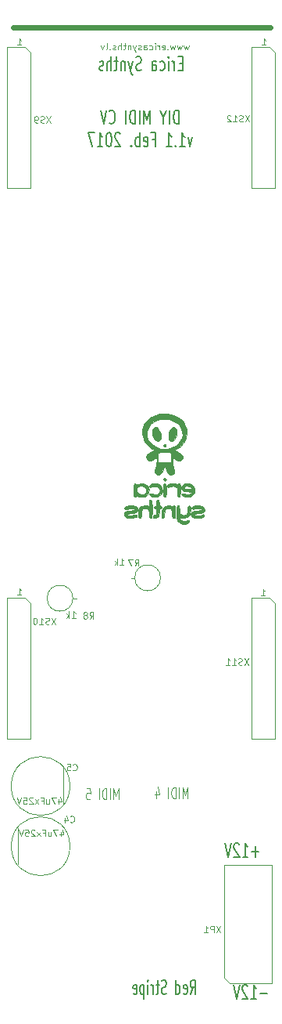
<source format=gbo>
G04 #@! TF.FileFunction,Legend,Bot*
%FSLAX46Y46*%
G04 Gerber Fmt 4.6, Leading zero omitted, Abs format (unit mm)*
G04 Created by KiCad (PCBNEW (2016-08-20 BZR 7083)-product) date Sun Feb  5 21:12:02 2017*
%MOMM*%
%LPD*%
G01*
G04 APERTURE LIST*
%ADD10C,0.100000*%
%ADD11C,0.600000*%
%ADD12C,0.200000*%
%ADD13C,0.120000*%
G04 APERTURE END LIST*
D10*
D11*
X28500000Y105500000D02*
X600000Y105500000D01*
D10*
X19650000Y103550000D02*
X19516666Y103083334D01*
X19383333Y103416667D01*
X19250000Y103083334D01*
X19116666Y103550000D01*
X18916666Y103550000D02*
X18783333Y103083334D01*
X18650000Y103416667D01*
X18516666Y103083334D01*
X18383333Y103550000D01*
X18183333Y103550000D02*
X18050000Y103083334D01*
X17916666Y103416667D01*
X17783333Y103083334D01*
X17650000Y103550000D01*
X17383333Y103150000D02*
X17350000Y103116667D01*
X17383333Y103083334D01*
X17416666Y103116667D01*
X17383333Y103150000D01*
X17383333Y103083334D01*
X16783333Y103116667D02*
X16850000Y103083334D01*
X16983333Y103083334D01*
X17050000Y103116667D01*
X17083333Y103183334D01*
X17083333Y103450000D01*
X17050000Y103516667D01*
X16983333Y103550000D01*
X16850000Y103550000D01*
X16783333Y103516667D01*
X16750000Y103450000D01*
X16750000Y103383334D01*
X17083333Y103316667D01*
X16450000Y103083334D02*
X16450000Y103550000D01*
X16450000Y103416667D02*
X16416666Y103483334D01*
X16383333Y103516667D01*
X16316666Y103550000D01*
X16250000Y103550000D01*
X16016666Y103083334D02*
X16016666Y103550000D01*
X16016666Y103783334D02*
X16050000Y103750000D01*
X16016666Y103716667D01*
X15983333Y103750000D01*
X16016666Y103783334D01*
X16016666Y103716667D01*
X15383333Y103116667D02*
X15450000Y103083334D01*
X15583333Y103083334D01*
X15650000Y103116667D01*
X15683333Y103150000D01*
X15716666Y103216667D01*
X15716666Y103416667D01*
X15683333Y103483334D01*
X15650000Y103516667D01*
X15583333Y103550000D01*
X15450000Y103550000D01*
X15383333Y103516667D01*
X14783333Y103083334D02*
X14783333Y103450000D01*
X14816666Y103516667D01*
X14883333Y103550000D01*
X15016666Y103550000D01*
X15083333Y103516667D01*
X14783333Y103116667D02*
X14850000Y103083334D01*
X15016666Y103083334D01*
X15083333Y103116667D01*
X15116666Y103183334D01*
X15116666Y103250000D01*
X15083333Y103316667D01*
X15016666Y103350000D01*
X14850000Y103350000D01*
X14783333Y103383334D01*
X14483333Y103116667D02*
X14416666Y103083334D01*
X14283333Y103083334D01*
X14216666Y103116667D01*
X14183333Y103183334D01*
X14183333Y103216667D01*
X14216666Y103283334D01*
X14283333Y103316667D01*
X14383333Y103316667D01*
X14450000Y103350000D01*
X14483333Y103416667D01*
X14483333Y103450000D01*
X14450000Y103516667D01*
X14383333Y103550000D01*
X14283333Y103550000D01*
X14216666Y103516667D01*
X13950000Y103550000D02*
X13783333Y103083334D01*
X13616666Y103550000D02*
X13783333Y103083334D01*
X13850000Y102916667D01*
X13883333Y102883334D01*
X13950000Y102850000D01*
X13350000Y103550000D02*
X13350000Y103083334D01*
X13350000Y103483334D02*
X13316666Y103516667D01*
X13250000Y103550000D01*
X13150000Y103550000D01*
X13083333Y103516667D01*
X13050000Y103450000D01*
X13050000Y103083334D01*
X12816666Y103550000D02*
X12550000Y103550000D01*
X12716666Y103783334D02*
X12716666Y103183334D01*
X12683333Y103116667D01*
X12616666Y103083334D01*
X12550000Y103083334D01*
X12316666Y103083334D02*
X12316666Y103783334D01*
X12016666Y103083334D02*
X12016666Y103450000D01*
X12050000Y103516667D01*
X12116666Y103550000D01*
X12216666Y103550000D01*
X12283333Y103516667D01*
X12316666Y103483334D01*
X11716666Y103116667D02*
X11650000Y103083334D01*
X11516666Y103083334D01*
X11450000Y103116667D01*
X11416666Y103183334D01*
X11416666Y103216667D01*
X11450000Y103283334D01*
X11516666Y103316667D01*
X11616666Y103316667D01*
X11683333Y103350000D01*
X11716666Y103416667D01*
X11716666Y103450000D01*
X11683333Y103516667D01*
X11616666Y103550000D01*
X11516666Y103550000D01*
X11450000Y103516667D01*
X11116666Y103150000D02*
X11083333Y103116667D01*
X11116666Y103083334D01*
X11150000Y103116667D01*
X11116666Y103150000D01*
X11116666Y103083334D01*
X10683333Y103083334D02*
X10750000Y103116667D01*
X10783333Y103183334D01*
X10783333Y103783334D01*
X10483333Y103550000D02*
X10316666Y103083334D01*
X10150000Y103550000D01*
X1100000Y103583334D02*
X1500000Y103583334D01*
X1300000Y103583334D02*
X1300000Y104283334D01*
X1366666Y104183334D01*
X1433333Y104116667D01*
X1500000Y104083334D01*
X27600000Y103583334D02*
X28000000Y103583334D01*
X27800000Y103583334D02*
X27800000Y104283334D01*
X27866666Y104183334D01*
X27933333Y104116667D01*
X28000000Y104083334D01*
X27500000Y44083334D02*
X27900000Y44083334D01*
X27700000Y44083334D02*
X27700000Y44783334D01*
X27766666Y44683334D01*
X27833333Y44616667D01*
X27900000Y44583334D01*
X1100000Y44183334D02*
X1500000Y44183334D01*
X1300000Y44183334D02*
X1300000Y44883334D01*
X1366666Y44783334D01*
X1433333Y44716667D01*
X1500000Y44683334D01*
D12*
X19828571Y1021429D02*
X20128571Y1735715D01*
X20342857Y1021429D02*
X20342857Y2521429D01*
X20000000Y2521429D01*
X19914285Y2450000D01*
X19871428Y2378572D01*
X19828571Y2235715D01*
X19828571Y2021429D01*
X19871428Y1878572D01*
X19914285Y1807143D01*
X20000000Y1735715D01*
X20342857Y1735715D01*
X19100000Y1092858D02*
X19185714Y1021429D01*
X19357142Y1021429D01*
X19442857Y1092858D01*
X19485714Y1235715D01*
X19485714Y1807143D01*
X19442857Y1950000D01*
X19357142Y2021429D01*
X19185714Y2021429D01*
X19100000Y1950000D01*
X19057142Y1807143D01*
X19057142Y1664286D01*
X19485714Y1521429D01*
X18285714Y1021429D02*
X18285714Y2521429D01*
X18285714Y1092858D02*
X18371428Y1021429D01*
X18542857Y1021429D01*
X18628571Y1092858D01*
X18671428Y1164286D01*
X18714285Y1307143D01*
X18714285Y1735715D01*
X18671428Y1878572D01*
X18628571Y1950000D01*
X18542857Y2021429D01*
X18371428Y2021429D01*
X18285714Y1950000D01*
X17214285Y1092858D02*
X17085714Y1021429D01*
X16871428Y1021429D01*
X16785714Y1092858D01*
X16742857Y1164286D01*
X16700000Y1307143D01*
X16700000Y1450000D01*
X16742857Y1592858D01*
X16785714Y1664286D01*
X16871428Y1735715D01*
X17042857Y1807143D01*
X17128571Y1878572D01*
X17171428Y1950000D01*
X17214285Y2092858D01*
X17214285Y2235715D01*
X17171428Y2378572D01*
X17128571Y2450000D01*
X17042857Y2521429D01*
X16828571Y2521429D01*
X16700000Y2450000D01*
X16442857Y2021429D02*
X16100000Y2021429D01*
X16314285Y2521429D02*
X16314285Y1235715D01*
X16271428Y1092858D01*
X16185714Y1021429D01*
X16100000Y1021429D01*
X15800000Y1021429D02*
X15800000Y2021429D01*
X15800000Y1735715D02*
X15757142Y1878572D01*
X15714285Y1950000D01*
X15628571Y2021429D01*
X15542857Y2021429D01*
X15242857Y1021429D02*
X15242857Y2021429D01*
X15242857Y2521429D02*
X15285714Y2450000D01*
X15242857Y2378572D01*
X15200000Y2450000D01*
X15242857Y2521429D01*
X15242857Y2378572D01*
X14814285Y2021429D02*
X14814285Y521429D01*
X14814285Y1950000D02*
X14728571Y2021429D01*
X14557142Y2021429D01*
X14471428Y1950000D01*
X14428571Y1878572D01*
X14385714Y1735715D01*
X14385714Y1307143D01*
X14428571Y1164286D01*
X14471428Y1092858D01*
X14557142Y1021429D01*
X14728571Y1021429D01*
X14814285Y1092858D01*
X13657142Y1092858D02*
X13742857Y1021429D01*
X13914285Y1021429D01*
X14000000Y1092858D01*
X14042857Y1235715D01*
X14042857Y1807143D01*
X14000000Y1950000D01*
X13914285Y2021429D01*
X13742857Y2021429D01*
X13657142Y1950000D01*
X13614285Y1807143D01*
X13614285Y1664286D01*
X14042857Y1521429D01*
X27261904Y16392858D02*
X26500000Y16392858D01*
X26880952Y15821429D02*
X26880952Y16964286D01*
X25500000Y15821429D02*
X26071428Y15821429D01*
X25785714Y15821429D02*
X25785714Y17321429D01*
X25880952Y17107143D01*
X25976190Y16964286D01*
X26071428Y16892858D01*
X25119047Y17178572D02*
X25071428Y17250000D01*
X24976190Y17321429D01*
X24738095Y17321429D01*
X24642857Y17250000D01*
X24595238Y17178572D01*
X24547619Y17035715D01*
X24547619Y16892858D01*
X24595238Y16678572D01*
X25166666Y15821429D01*
X24547619Y15821429D01*
X24261904Y17321429D02*
X23928571Y15821429D01*
X23595238Y17321429D01*
X18566666Y95046429D02*
X18566666Y96546429D01*
X18328571Y96546429D01*
X18185714Y96475000D01*
X18090476Y96332143D01*
X18042857Y96189286D01*
X17995238Y95903572D01*
X17995238Y95689286D01*
X18042857Y95403572D01*
X18090476Y95260715D01*
X18185714Y95117858D01*
X18328571Y95046429D01*
X18566666Y95046429D01*
X17566666Y95046429D02*
X17566666Y96546429D01*
X16900000Y95760715D02*
X16900000Y95046429D01*
X17233333Y96546429D02*
X16900000Y95760715D01*
X16566666Y96546429D01*
X15471428Y95046429D02*
X15471428Y96546429D01*
X15138095Y95475000D01*
X14804761Y96546429D01*
X14804761Y95046429D01*
X14328571Y95046429D02*
X14328571Y96546429D01*
X13852380Y95046429D02*
X13852380Y96546429D01*
X13614285Y96546429D01*
X13471428Y96475000D01*
X13376190Y96332143D01*
X13328571Y96189286D01*
X13280952Y95903572D01*
X13280952Y95689286D01*
X13328571Y95403572D01*
X13376190Y95260715D01*
X13471428Y95117858D01*
X13614285Y95046429D01*
X13852380Y95046429D01*
X12852380Y95046429D02*
X12852380Y96546429D01*
X11042857Y95189286D02*
X11090476Y95117858D01*
X11233333Y95046429D01*
X11328571Y95046429D01*
X11471428Y95117858D01*
X11566666Y95260715D01*
X11614285Y95403572D01*
X11661904Y95689286D01*
X11661904Y95903572D01*
X11614285Y96189286D01*
X11566666Y96332143D01*
X11471428Y96475000D01*
X11328571Y96546429D01*
X11233333Y96546429D01*
X11090476Y96475000D01*
X11042857Y96403572D01*
X10757142Y96546429D02*
X10423809Y95046429D01*
X10090476Y96546429D01*
X20042857Y93596429D02*
X19804761Y92596429D01*
X19566666Y93596429D01*
X18661904Y92596429D02*
X19233333Y92596429D01*
X18947619Y92596429D02*
X18947619Y94096429D01*
X19042857Y93882143D01*
X19138095Y93739286D01*
X19233333Y93667858D01*
X18233333Y92739286D02*
X18185714Y92667858D01*
X18233333Y92596429D01*
X18280952Y92667858D01*
X18233333Y92739286D01*
X18233333Y92596429D01*
X17233333Y92596429D02*
X17804761Y92596429D01*
X17519047Y92596429D02*
X17519047Y94096429D01*
X17614285Y93882143D01*
X17709523Y93739286D01*
X17804761Y93667858D01*
X15709523Y93382143D02*
X16042857Y93382143D01*
X16042857Y92596429D02*
X16042857Y94096429D01*
X15566666Y94096429D01*
X14804761Y92667858D02*
X14900000Y92596429D01*
X15090476Y92596429D01*
X15185714Y92667858D01*
X15233333Y92810715D01*
X15233333Y93382143D01*
X15185714Y93525000D01*
X15090476Y93596429D01*
X14900000Y93596429D01*
X14804761Y93525000D01*
X14757142Y93382143D01*
X14757142Y93239286D01*
X15233333Y93096429D01*
X14328571Y92596429D02*
X14328571Y94096429D01*
X14328571Y93525000D02*
X14233333Y93596429D01*
X14042857Y93596429D01*
X13947619Y93525000D01*
X13900000Y93453572D01*
X13852380Y93310715D01*
X13852380Y92882143D01*
X13900000Y92739286D01*
X13947619Y92667858D01*
X14042857Y92596429D01*
X14233333Y92596429D01*
X14328571Y92667858D01*
X13423809Y92739286D02*
X13376190Y92667858D01*
X13423809Y92596429D01*
X13471428Y92667858D01*
X13423809Y92739286D01*
X13423809Y92596429D01*
X12233333Y93953572D02*
X12185714Y94025000D01*
X12090476Y94096429D01*
X11852380Y94096429D01*
X11757142Y94025000D01*
X11709523Y93953572D01*
X11661904Y93810715D01*
X11661904Y93667858D01*
X11709523Y93453572D01*
X12280952Y92596429D01*
X11661904Y92596429D01*
X11042857Y94096429D02*
X10947619Y94096429D01*
X10852380Y94025000D01*
X10804761Y93953572D01*
X10757142Y93810715D01*
X10709523Y93525000D01*
X10709523Y93167858D01*
X10757142Y92882143D01*
X10804761Y92739286D01*
X10852380Y92667858D01*
X10947619Y92596429D01*
X11042857Y92596429D01*
X11138095Y92667858D01*
X11185714Y92739286D01*
X11233333Y92882143D01*
X11280952Y93167858D01*
X11280952Y93525000D01*
X11233333Y93810715D01*
X11185714Y93953572D01*
X11138095Y94025000D01*
X11042857Y94096429D01*
X9757142Y92596429D02*
X10328571Y92596429D01*
X10042857Y92596429D02*
X10042857Y94096429D01*
X10138095Y93882143D01*
X10233333Y93739286D01*
X10328571Y93667858D01*
X9423809Y94096429D02*
X8757142Y94096429D01*
X9185714Y92596429D01*
X18976190Y101607143D02*
X18642857Y101607143D01*
X18500000Y100821429D02*
X18976190Y100821429D01*
X18976190Y102321429D01*
X18500000Y102321429D01*
X18071428Y100821429D02*
X18071428Y101821429D01*
X18071428Y101535715D02*
X18023809Y101678572D01*
X17976190Y101750000D01*
X17880952Y101821429D01*
X17785714Y101821429D01*
X17452380Y100821429D02*
X17452380Y101821429D01*
X17452380Y102321429D02*
X17500000Y102250000D01*
X17452380Y102178572D01*
X17404761Y102250000D01*
X17452380Y102321429D01*
X17452380Y102178572D01*
X16547619Y100892858D02*
X16642857Y100821429D01*
X16833333Y100821429D01*
X16928571Y100892858D01*
X16976190Y100964286D01*
X17023809Y101107143D01*
X17023809Y101535715D01*
X16976190Y101678572D01*
X16928571Y101750000D01*
X16833333Y101821429D01*
X16642857Y101821429D01*
X16547619Y101750000D01*
X15690476Y100821429D02*
X15690476Y101607143D01*
X15738095Y101750000D01*
X15833333Y101821429D01*
X16023809Y101821429D01*
X16119047Y101750000D01*
X15690476Y100892858D02*
X15785714Y100821429D01*
X16023809Y100821429D01*
X16119047Y100892858D01*
X16166666Y101035715D01*
X16166666Y101178572D01*
X16119047Y101321429D01*
X16023809Y101392858D01*
X15785714Y101392858D01*
X15690476Y101464286D01*
X14500000Y100892858D02*
X14357142Y100821429D01*
X14119047Y100821429D01*
X14023809Y100892858D01*
X13976190Y100964286D01*
X13928571Y101107143D01*
X13928571Y101250000D01*
X13976190Y101392858D01*
X14023809Y101464286D01*
X14119047Y101535715D01*
X14309523Y101607143D01*
X14404761Y101678572D01*
X14452380Y101750000D01*
X14500000Y101892858D01*
X14500000Y102035715D01*
X14452380Y102178572D01*
X14404761Y102250000D01*
X14309523Y102321429D01*
X14071428Y102321429D01*
X13928571Y102250000D01*
X13595238Y101821429D02*
X13357142Y100821429D01*
X13119047Y101821429D02*
X13357142Y100821429D01*
X13452380Y100464286D01*
X13500000Y100392858D01*
X13595238Y100321429D01*
X12738095Y101821429D02*
X12738095Y100821429D01*
X12738095Y101678572D02*
X12690476Y101750000D01*
X12595238Y101821429D01*
X12452380Y101821429D01*
X12357142Y101750000D01*
X12309523Y101607143D01*
X12309523Y100821429D01*
X11976190Y101821429D02*
X11595238Y101821429D01*
X11833333Y102321429D02*
X11833333Y101035715D01*
X11785714Y100892858D01*
X11690476Y100821429D01*
X11595238Y100821429D01*
X11261904Y100821429D02*
X11261904Y102321429D01*
X10833333Y100821429D02*
X10833333Y101607143D01*
X10880952Y101750000D01*
X10976190Y101821429D01*
X11119047Y101821429D01*
X11214285Y101750000D01*
X11261904Y101678572D01*
X10404761Y100892858D02*
X10309523Y100821429D01*
X10119047Y100821429D01*
X10023809Y100892858D01*
X9976190Y101035715D01*
X9976190Y101107143D01*
X10023809Y101250000D01*
X10119047Y101321429D01*
X10261904Y101321429D01*
X10357142Y101392858D01*
X10404761Y101535715D01*
X10404761Y101607143D01*
X10357142Y101750000D01*
X10261904Y101821429D01*
X10119047Y101821429D01*
X10023809Y101750000D01*
D13*
X12033333Y22057143D02*
X12033333Y23257143D01*
X11766666Y22400000D01*
X11500000Y23257143D01*
X11500000Y22057143D01*
X11119047Y22057143D02*
X11119047Y23257143D01*
X10738095Y22057143D02*
X10738095Y23257143D01*
X10547619Y23257143D01*
X10433333Y23200000D01*
X10357142Y23085715D01*
X10319047Y22971429D01*
X10280952Y22742858D01*
X10280952Y22571429D01*
X10319047Y22342858D01*
X10357142Y22228572D01*
X10433333Y22114286D01*
X10547619Y22057143D01*
X10738095Y22057143D01*
X9938095Y22057143D02*
X9938095Y23257143D01*
X8566666Y23257143D02*
X8947619Y23257143D01*
X8985714Y22685715D01*
X8947619Y22742858D01*
X8871428Y22800000D01*
X8680952Y22800000D01*
X8604761Y22742858D01*
X8566666Y22685715D01*
X8528571Y22571429D01*
X8528571Y22285715D01*
X8566666Y22171429D01*
X8604761Y22114286D01*
X8680952Y22057143D01*
X8871428Y22057143D01*
X8947619Y22114286D01*
X8985714Y22171429D01*
X19533333Y22157143D02*
X19533333Y23357143D01*
X19266666Y22500000D01*
X19000000Y23357143D01*
X19000000Y22157143D01*
X18619047Y22157143D02*
X18619047Y23357143D01*
X18238095Y22157143D02*
X18238095Y23357143D01*
X18047619Y23357143D01*
X17933333Y23300000D01*
X17857142Y23185715D01*
X17819047Y23071429D01*
X17780952Y22842858D01*
X17780952Y22671429D01*
X17819047Y22442858D01*
X17857142Y22328572D01*
X17933333Y22214286D01*
X18047619Y22157143D01*
X18238095Y22157143D01*
X17438095Y22157143D02*
X17438095Y23357143D01*
X16104761Y22957143D02*
X16104761Y22157143D01*
X16295238Y23414286D02*
X16485714Y22557143D01*
X15990476Y22557143D01*
D12*
X28161904Y1092858D02*
X27400000Y1092858D01*
X26400000Y521429D02*
X26971428Y521429D01*
X26685714Y521429D02*
X26685714Y2021429D01*
X26780952Y1807143D01*
X26876190Y1664286D01*
X26971428Y1592858D01*
X26019047Y1878572D02*
X25971428Y1950000D01*
X25876190Y2021429D01*
X25638095Y2021429D01*
X25542857Y1950000D01*
X25495238Y1878572D01*
X25447619Y1735715D01*
X25447619Y1592858D01*
X25495238Y1378572D01*
X26066666Y521429D01*
X25447619Y521429D01*
X25161904Y2021429D02*
X24828571Y521429D01*
X24495238Y2021429D01*
D10*
G36*
X18332782Y53173353D02*
X18334600Y53003799D01*
X18343211Y52700886D01*
X18358139Y52480944D01*
X18381599Y52325429D01*
X18415808Y52215795D01*
X18432933Y52180751D01*
X18574904Y52019142D01*
X18783932Y51902781D01*
X19032090Y51840846D01*
X19291451Y51842517D01*
X19396094Y51864144D01*
X19572284Y51937983D01*
X19686256Y52037637D01*
X19721279Y52146498D01*
X19713590Y52179254D01*
X19667970Y52243717D01*
X19586493Y52256413D01*
X19448178Y52217482D01*
X19358147Y52181633D01*
X19197118Y52131146D01*
X19053616Y52136654D01*
X18976969Y52156466D01*
X18807877Y52225683D01*
X18708097Y52324488D01*
X18654312Y52451671D01*
X18638476Y52525415D01*
X18671282Y52541343D01*
X18775603Y52510023D01*
X18778453Y52509030D01*
X18990241Y52470459D01*
X19221540Y52482511D01*
X19432546Y52539427D01*
X19571723Y52623803D01*
X19682417Y52739707D01*
X19752569Y52855741D01*
X19794327Y53003226D01*
X19819837Y53213484D01*
X19824878Y53276596D01*
X19828625Y53547405D01*
X19793144Y53731332D01*
X19719300Y53825303D01*
X19667000Y53837600D01*
X19578116Y53792567D01*
X19520088Y53655903D01*
X19492155Y53425264D01*
X19489200Y53290014D01*
X19482733Y53084762D01*
X19459621Y52954443D01*
X19414300Y52872992D01*
X19396300Y52854874D01*
X19259085Y52789000D01*
X19077161Y52772327D01*
X18894219Y52803978D01*
X18771531Y52867424D01*
X18710566Y52928921D01*
X18672227Y53009807D01*
X18649543Y53135897D01*
X18635542Y53333011D01*
X18633355Y53379148D01*
X18618168Y53601418D01*
X18594684Y53739166D01*
X18559210Y53809364D01*
X18536506Y53824178D01*
X18456496Y53832381D01*
X18398366Y53780530D01*
X18359868Y53659494D01*
X18338756Y53460145D01*
X18332782Y53173353D01*
X18332782Y53173353D01*
X18332782Y53173353D01*
G37*
X18332782Y53173353D02*
X18334600Y53003799D01*
X18343211Y52700886D01*
X18358139Y52480944D01*
X18381599Y52325429D01*
X18415808Y52215795D01*
X18432933Y52180751D01*
X18574904Y52019142D01*
X18783932Y51902781D01*
X19032090Y51840846D01*
X19291451Y51842517D01*
X19396094Y51864144D01*
X19572284Y51937983D01*
X19686256Y52037637D01*
X19721279Y52146498D01*
X19713590Y52179254D01*
X19667970Y52243717D01*
X19586493Y52256413D01*
X19448178Y52217482D01*
X19358147Y52181633D01*
X19197118Y52131146D01*
X19053616Y52136654D01*
X18976969Y52156466D01*
X18807877Y52225683D01*
X18708097Y52324488D01*
X18654312Y52451671D01*
X18638476Y52525415D01*
X18671282Y52541343D01*
X18775603Y52510023D01*
X18778453Y52509030D01*
X18990241Y52470459D01*
X19221540Y52482511D01*
X19432546Y52539427D01*
X19571723Y52623803D01*
X19682417Y52739707D01*
X19752569Y52855741D01*
X19794327Y53003226D01*
X19819837Y53213484D01*
X19824878Y53276596D01*
X19828625Y53547405D01*
X19793144Y53731332D01*
X19719300Y53825303D01*
X19667000Y53837600D01*
X19578116Y53792567D01*
X19520088Y53655903D01*
X19492155Y53425264D01*
X19489200Y53290014D01*
X19482733Y53084762D01*
X19459621Y52954443D01*
X19414300Y52872992D01*
X19396300Y52854874D01*
X19259085Y52789000D01*
X19077161Y52772327D01*
X18894219Y52803978D01*
X18771531Y52867424D01*
X18710566Y52928921D01*
X18672227Y53009807D01*
X18649543Y53135897D01*
X18635542Y53333011D01*
X18633355Y53379148D01*
X18618168Y53601418D01*
X18594684Y53739166D01*
X18559210Y53809364D01*
X18536506Y53824178D01*
X18456496Y53832381D01*
X18398366Y53780530D01*
X18359868Y53659494D01*
X18338756Y53460145D01*
X18332782Y53173353D01*
X18332782Y53173353D01*
G36*
X19896540Y52921686D02*
X19937640Y52744341D01*
X20058457Y52595084D01*
X20251750Y52492140D01*
X20497172Y52440515D01*
X20774375Y52445211D01*
X20984481Y52486904D01*
X21185880Y52562646D01*
X21305138Y52651306D01*
X21335285Y52745506D01*
X21294974Y52815599D01*
X21212723Y52863248D01*
X21105334Y52838054D01*
X21097897Y52834715D01*
X20918060Y52775597D01*
X20719601Y52745455D01*
X20526919Y52743133D01*
X20364411Y52767474D01*
X20256475Y52817321D01*
X20225800Y52876055D01*
X20252671Y52915732D01*
X20343205Y52944497D01*
X20512285Y52965903D01*
X20643571Y52975790D01*
X20952557Y53015048D01*
X21170889Y53088529D01*
X21304643Y53199364D01*
X21359232Y53344812D01*
X21337602Y53532632D01*
X21228602Y53679863D01*
X21040204Y53781024D01*
X20780380Y53830635D01*
X20646532Y53834733D01*
X20407706Y53814999D01*
X20205942Y53766483D01*
X20054542Y53697112D01*
X19966812Y53614808D01*
X19956054Y53527497D01*
X20013823Y53457856D01*
X20093803Y53417173D01*
X20187186Y53426552D01*
X20278892Y53460832D01*
X20456827Y53511308D01*
X20654357Y53531747D01*
X20838197Y53522516D01*
X20975063Y53483980D01*
X21016414Y53452729D01*
X21049825Y53375900D01*
X20998446Y53322798D01*
X20857349Y53291415D01*
X20621608Y53279741D01*
X20591578Y53279578D01*
X20299052Y53254358D01*
X20081961Y53183240D01*
X19945920Y53070818D01*
X19896540Y52921686D01*
X19896540Y52921686D01*
X19896540Y52921686D01*
G37*
X19896540Y52921686D02*
X19937640Y52744341D01*
X20058457Y52595084D01*
X20251750Y52492140D01*
X20497172Y52440515D01*
X20774375Y52445211D01*
X20984481Y52486904D01*
X21185880Y52562646D01*
X21305138Y52651306D01*
X21335285Y52745506D01*
X21294974Y52815599D01*
X21212723Y52863248D01*
X21105334Y52838054D01*
X21097897Y52834715D01*
X20918060Y52775597D01*
X20719601Y52745455D01*
X20526919Y52743133D01*
X20364411Y52767474D01*
X20256475Y52817321D01*
X20225800Y52876055D01*
X20252671Y52915732D01*
X20343205Y52944497D01*
X20512285Y52965903D01*
X20643571Y52975790D01*
X20952557Y53015048D01*
X21170889Y53088529D01*
X21304643Y53199364D01*
X21359232Y53344812D01*
X21337602Y53532632D01*
X21228602Y53679863D01*
X21040204Y53781024D01*
X20780380Y53830635D01*
X20646532Y53834733D01*
X20407706Y53814999D01*
X20205942Y53766483D01*
X20054542Y53697112D01*
X19966812Y53614808D01*
X19956054Y53527497D01*
X20013823Y53457856D01*
X20093803Y53417173D01*
X20187186Y53426552D01*
X20278892Y53460832D01*
X20456827Y53511308D01*
X20654357Y53531747D01*
X20838197Y53522516D01*
X20975063Y53483980D01*
X21016414Y53452729D01*
X21049825Y53375900D01*
X20998446Y53322798D01*
X20857349Y53291415D01*
X20621608Y53279741D01*
X20591578Y53279578D01*
X20299052Y53254358D01*
X20081961Y53183240D01*
X19945920Y53070818D01*
X19896540Y52921686D01*
X19896540Y52921686D01*
G36*
X12632140Y52921686D02*
X12673240Y52744341D01*
X12794428Y52594735D01*
X12989215Y52491782D01*
X13238263Y52441083D01*
X13522234Y52448237D01*
X13632136Y52466639D01*
X13862480Y52529851D01*
X13999864Y52607461D01*
X14052492Y52704468D01*
X14053600Y52723382D01*
X14026824Y52817222D01*
X13939751Y52852602D01*
X13782266Y52831363D01*
X13658840Y52795192D01*
X13470155Y52753482D01*
X13280537Y52743979D01*
X13115544Y52763795D01*
X13000735Y52810042D01*
X12961400Y52874007D01*
X12986172Y52914561D01*
X13071107Y52943481D01*
X13232131Y52964699D01*
X13372146Y52975384D01*
X13671067Y53010924D01*
X13882354Y53075863D01*
X14017056Y53175442D01*
X14086005Y53314023D01*
X14082646Y53490626D01*
X13992821Y53646693D01*
X13831607Y53758300D01*
X13797886Y53771233D01*
X13589213Y53820100D01*
X13370340Y53833485D01*
X13157494Y53816269D01*
X12966902Y53773335D01*
X12814790Y53709563D01*
X12717386Y53629837D01*
X12690916Y53539037D01*
X12740046Y53452983D01*
X12804980Y53402304D01*
X12874366Y53404372D01*
X12977962Y53452030D01*
X13146968Y53507418D01*
X13349975Y53529884D01*
X13547221Y53519134D01*
X13698943Y53474875D01*
X13726391Y53457566D01*
X13785170Y53384056D01*
X13745476Y53329525D01*
X13608766Y53294623D01*
X13376500Y53280001D01*
X13327178Y53279578D01*
X13034652Y53254358D01*
X12817561Y53183240D01*
X12681520Y53070818D01*
X12632140Y52921686D01*
X12632140Y52921686D01*
X12632140Y52921686D01*
G37*
X12632140Y52921686D02*
X12673240Y52744341D01*
X12794428Y52594735D01*
X12989215Y52491782D01*
X13238263Y52441083D01*
X13522234Y52448237D01*
X13632136Y52466639D01*
X13862480Y52529851D01*
X13999864Y52607461D01*
X14052492Y52704468D01*
X14053600Y52723382D01*
X14026824Y52817222D01*
X13939751Y52852602D01*
X13782266Y52831363D01*
X13658840Y52795192D01*
X13470155Y52753482D01*
X13280537Y52743979D01*
X13115544Y52763795D01*
X13000735Y52810042D01*
X12961400Y52874007D01*
X12986172Y52914561D01*
X13071107Y52943481D01*
X13232131Y52964699D01*
X13372146Y52975384D01*
X13671067Y53010924D01*
X13882354Y53075863D01*
X14017056Y53175442D01*
X14086005Y53314023D01*
X14082646Y53490626D01*
X13992821Y53646693D01*
X13831607Y53758300D01*
X13797886Y53771233D01*
X13589213Y53820100D01*
X13370340Y53833485D01*
X13157494Y53816269D01*
X12966902Y53773335D01*
X12814790Y53709563D01*
X12717386Y53629837D01*
X12690916Y53539037D01*
X12740046Y53452983D01*
X12804980Y53402304D01*
X12874366Y53404372D01*
X12977962Y53452030D01*
X13146968Y53507418D01*
X13349975Y53529884D01*
X13547221Y53519134D01*
X13698943Y53474875D01*
X13726391Y53457566D01*
X13785170Y53384056D01*
X13745476Y53329525D01*
X13608766Y53294623D01*
X13376500Y53280001D01*
X13327178Y53279578D01*
X13034652Y53254358D01*
X12817561Y53183240D01*
X12681520Y53070818D01*
X12632140Y52921686D01*
X12632140Y52921686D01*
G36*
X16696741Y52782829D02*
X16715202Y52600841D01*
X16765652Y52500598D01*
X16850219Y52474102D01*
X16862096Y52475403D01*
X16917757Y52491586D01*
X16953735Y52534773D01*
X16976644Y52625801D01*
X16993101Y52785511D01*
X17002230Y52916794D01*
X17032384Y53183589D01*
X17088907Y53364242D01*
X17182192Y53472947D01*
X17322630Y53523897D01*
X17453249Y53532800D01*
X17639952Y53507450D01*
X17764760Y53423669D01*
X17836223Y53269859D01*
X17862890Y53034426D01*
X17863600Y52976176D01*
X17868740Y52740709D01*
X17888272Y52589331D01*
X17928367Y52504864D01*
X17995193Y52470131D01*
X18046836Y52466000D01*
X18168400Y52466000D01*
X18168400Y53127995D01*
X18166460Y53407121D01*
X18159486Y53600277D01*
X18145746Y53723037D01*
X18123510Y53790976D01*
X18091554Y53819478D01*
X17990461Y53815543D01*
X17942401Y53788959D01*
X17848288Y53755478D01*
X17768587Y53783275D01*
X17598584Y53830462D01*
X17386349Y53831260D01*
X17178449Y53788658D01*
X17066261Y53738236D01*
X16894408Y53601124D01*
X16784204Y53426064D01*
X16723085Y53189069D01*
X16708146Y53054559D01*
X16696741Y52782829D01*
X16696741Y52782829D01*
X16696741Y52782829D01*
G37*
X16696741Y52782829D02*
X16715202Y52600841D01*
X16765652Y52500598D01*
X16850219Y52474102D01*
X16862096Y52475403D01*
X16917757Y52491586D01*
X16953735Y52534773D01*
X16976644Y52625801D01*
X16993101Y52785511D01*
X17002230Y52916794D01*
X17032384Y53183589D01*
X17088907Y53364242D01*
X17182192Y53472947D01*
X17322630Y53523897D01*
X17453249Y53532800D01*
X17639952Y53507450D01*
X17764760Y53423669D01*
X17836223Y53269859D01*
X17862890Y53034426D01*
X17863600Y52976176D01*
X17868740Y52740709D01*
X17888272Y52589331D01*
X17928367Y52504864D01*
X17995193Y52470131D01*
X18046836Y52466000D01*
X18168400Y52466000D01*
X18168400Y53127995D01*
X18166460Y53407121D01*
X18159486Y53600277D01*
X18145746Y53723037D01*
X18123510Y53790976D01*
X18091554Y53819478D01*
X17990461Y53815543D01*
X17942401Y53788959D01*
X17848288Y53755478D01*
X17768587Y53783275D01*
X17598584Y53830462D01*
X17386349Y53831260D01*
X17178449Y53788658D01*
X17066261Y53738236D01*
X16894408Y53601124D01*
X16784204Y53426064D01*
X16723085Y53189069D01*
X16708146Y53054559D01*
X16696741Y52782829D01*
X16696741Y52782829D01*
G36*
X15755988Y52643561D02*
X15759959Y52548639D01*
X15831953Y52487297D01*
X15962098Y52465348D01*
X16115295Y52481853D01*
X16256444Y52535874D01*
X16295873Y52562960D01*
X16356975Y52624791D01*
X16396325Y52707014D01*
X16421014Y52835044D01*
X16438136Y53034296D01*
X16441200Y53083660D01*
X16456865Y53294122D01*
X16476019Y53420868D01*
X16503345Y53481779D01*
X16543529Y53494731D01*
X16548724Y53494030D01*
X16652216Y53519834D01*
X16717582Y53606483D01*
X16717182Y53701191D01*
X16646765Y53772212D01*
X16576605Y53796530D01*
X16513504Y53818513D01*
X16475582Y53878196D01*
X16452509Y53999999D01*
X16441200Y54116554D01*
X16420370Y54293331D01*
X16389496Y54391440D01*
X16339986Y54433802D01*
X16320288Y54439052D01*
X16226146Y54428072D01*
X16168005Y54344823D01*
X16140790Y54178718D01*
X16137178Y54057034D01*
X16131716Y53900704D01*
X16109145Y53818915D01*
X16058396Y53784790D01*
X16022100Y53777634D01*
X15924727Y53729873D01*
X15886499Y53646874D01*
X15911553Y53565559D01*
X15993682Y53524029D01*
X16055190Y53507882D01*
X16090364Y53465873D01*
X16106499Y53374865D01*
X16110884Y53211720D01*
X16111000Y53151800D01*
X16109140Y52965770D01*
X16097902Y52858169D01*
X16068802Y52805831D01*
X16013357Y52785589D01*
X15975018Y52780485D01*
X15830559Y52733158D01*
X15755988Y52643561D01*
X15755988Y52643561D01*
X15755988Y52643561D01*
G37*
X15755988Y52643561D02*
X15759959Y52548639D01*
X15831953Y52487297D01*
X15962098Y52465348D01*
X16115295Y52481853D01*
X16256444Y52535874D01*
X16295873Y52562960D01*
X16356975Y52624791D01*
X16396325Y52707014D01*
X16421014Y52835044D01*
X16438136Y53034296D01*
X16441200Y53083660D01*
X16456865Y53294122D01*
X16476019Y53420868D01*
X16503345Y53481779D01*
X16543529Y53494731D01*
X16548724Y53494030D01*
X16652216Y53519834D01*
X16717582Y53606483D01*
X16717182Y53701191D01*
X16646765Y53772212D01*
X16576605Y53796530D01*
X16513504Y53818513D01*
X16475582Y53878196D01*
X16452509Y53999999D01*
X16441200Y54116554D01*
X16420370Y54293331D01*
X16389496Y54391440D01*
X16339986Y54433802D01*
X16320288Y54439052D01*
X16226146Y54428072D01*
X16168005Y54344823D01*
X16140790Y54178718D01*
X16137178Y54057034D01*
X16131716Y53900704D01*
X16109145Y53818915D01*
X16058396Y53784790D01*
X16022100Y53777634D01*
X15924727Y53729873D01*
X15886499Y53646874D01*
X15911553Y53565559D01*
X15993682Y53524029D01*
X16055190Y53507882D01*
X16090364Y53465873D01*
X16106499Y53374865D01*
X16110884Y53211720D01*
X16111000Y53151800D01*
X16109140Y52965770D01*
X16097902Y52858169D01*
X16068802Y52805831D01*
X16013357Y52785589D01*
X15975018Y52780485D01*
X15830559Y52733158D01*
X15755988Y52643561D01*
X15755988Y52643561D01*
G36*
X14176506Y52763459D02*
X14206134Y52586294D01*
X14270940Y52490098D01*
X14354263Y52466000D01*
X14426666Y52492366D01*
X14474320Y52580015D01*
X14500885Y52741779D01*
X14510024Y52990487D01*
X14510107Y53012100D01*
X14530264Y53255294D01*
X14595531Y53415272D01*
X14714992Y53503815D01*
X14897730Y53532706D01*
X14911573Y53532800D01*
X15094425Y53514480D01*
X15221569Y53449877D01*
X15303819Y53324530D01*
X15351988Y53123976D01*
X15372171Y52916794D01*
X15388120Y52707570D01*
X15406882Y52579180D01*
X15434821Y52510920D01*
X15478301Y52482086D01*
X15507635Y52476015D01*
X15611068Y52497937D01*
X15647335Y52543669D01*
X15658137Y52620870D01*
X15667372Y52780442D01*
X15674363Y53003160D01*
X15678437Y53269798D01*
X15679200Y53451046D01*
X15675747Y53810880D01*
X15663875Y54079356D01*
X15641315Y54266529D01*
X15605798Y54382453D01*
X15555056Y54437185D01*
X15486819Y54440779D01*
X15457947Y54431649D01*
X15410910Y54391153D01*
X15384900Y54300554D01*
X15374983Y54138040D01*
X15374400Y54062360D01*
X15371736Y53883521D01*
X15359925Y53787075D01*
X15333244Y53753874D01*
X15285968Y53764767D01*
X15285500Y53764976D01*
X15086005Y53815911D01*
X14853091Y53820971D01*
X14638402Y53781168D01*
X14565212Y53750858D01*
X14391266Y53635816D01*
X14277439Y53492579D01*
X14211044Y53297421D01*
X14179570Y53029612D01*
X14176506Y52763459D01*
X14176506Y52763459D01*
X14176506Y52763459D01*
G37*
X14176506Y52763459D02*
X14206134Y52586294D01*
X14270940Y52490098D01*
X14354263Y52466000D01*
X14426666Y52492366D01*
X14474320Y52580015D01*
X14500885Y52741779D01*
X14510024Y52990487D01*
X14510107Y53012100D01*
X14530264Y53255294D01*
X14595531Y53415272D01*
X14714992Y53503815D01*
X14897730Y53532706D01*
X14911573Y53532800D01*
X15094425Y53514480D01*
X15221569Y53449877D01*
X15303819Y53324530D01*
X15351988Y53123976D01*
X15372171Y52916794D01*
X15388120Y52707570D01*
X15406882Y52579180D01*
X15434821Y52510920D01*
X15478301Y52482086D01*
X15507635Y52476015D01*
X15611068Y52497937D01*
X15647335Y52543669D01*
X15658137Y52620870D01*
X15667372Y52780442D01*
X15674363Y53003160D01*
X15678437Y53269798D01*
X15679200Y53451046D01*
X15675747Y53810880D01*
X15663875Y54079356D01*
X15641315Y54266529D01*
X15605798Y54382453D01*
X15555056Y54437185D01*
X15486819Y54440779D01*
X15457947Y54431649D01*
X15410910Y54391153D01*
X15384900Y54300554D01*
X15374983Y54138040D01*
X15374400Y54062360D01*
X15371736Y53883521D01*
X15359925Y53787075D01*
X15333244Y53753874D01*
X15285968Y53764767D01*
X15285500Y53764976D01*
X15086005Y53815911D01*
X14853091Y53820971D01*
X14638402Y53781168D01*
X14565212Y53750858D01*
X14391266Y53635816D01*
X14277439Y53492579D01*
X14211044Y53297421D01*
X14179570Y53029612D01*
X14176506Y52763459D01*
X14176506Y52763459D01*
G36*
X18850361Y55820121D02*
X18853241Y55670767D01*
X18914353Y55522795D01*
X19030528Y55420890D01*
X19151723Y55379969D01*
X19151723Y55692447D01*
X19154502Y55793005D01*
X19233214Y55868017D01*
X19364496Y55913455D01*
X19524986Y55925292D01*
X19691322Y55899501D01*
X19840140Y55832056D01*
X19863350Y55815113D01*
X19954771Y55730422D01*
X19996884Y55666207D01*
X19997200Y55662713D01*
X19950415Y55640874D01*
X19826050Y55624411D01*
X19648092Y55616093D01*
X19589206Y55615600D01*
X19373104Y55620074D01*
X19239711Y55635672D01*
X19170442Y55665659D01*
X19151723Y55692447D01*
X19151723Y55379969D01*
X19215135Y55358558D01*
X19481541Y55329303D01*
X19561883Y55326411D01*
X19797625Y55313083D01*
X19936650Y55285862D01*
X19983201Y55242248D01*
X19941521Y55179742D01*
X19883399Y55136977D01*
X19641266Y55034621D01*
X19379578Y55031933D01*
X19210056Y55079403D01*
X19034043Y55132506D01*
X18929442Y55125031D01*
X18884007Y55054051D01*
X18879600Y55000410D01*
X18925865Y54905726D01*
X19049198Y54831024D01*
X19226408Y54779836D01*
X19434304Y54755696D01*
X19649696Y54762134D01*
X19849391Y54802684D01*
X19940229Y54838864D01*
X20126381Y54981435D01*
X20246118Y55177481D01*
X20299182Y55403569D01*
X20285318Y55636267D01*
X20204268Y55852141D01*
X20055776Y56027759D01*
X19953980Y56094281D01*
X19716427Y56180675D01*
X19477291Y56205372D01*
X19253844Y56175020D01*
X19063359Y56096264D01*
X18923107Y55975749D01*
X18850361Y55820121D01*
X18850361Y55820121D01*
X18850361Y55820121D01*
G37*
X18850361Y55820121D02*
X18853241Y55670767D01*
X18914353Y55522795D01*
X19030528Y55420890D01*
X19151723Y55379969D01*
X19151723Y55692447D01*
X19154502Y55793005D01*
X19233214Y55868017D01*
X19364496Y55913455D01*
X19524986Y55925292D01*
X19691322Y55899501D01*
X19840140Y55832056D01*
X19863350Y55815113D01*
X19954771Y55730422D01*
X19996884Y55666207D01*
X19997200Y55662713D01*
X19950415Y55640874D01*
X19826050Y55624411D01*
X19648092Y55616093D01*
X19589206Y55615600D01*
X19373104Y55620074D01*
X19239711Y55635672D01*
X19170442Y55665659D01*
X19151723Y55692447D01*
X19151723Y55379969D01*
X19215135Y55358558D01*
X19481541Y55329303D01*
X19561883Y55326411D01*
X19797625Y55313083D01*
X19936650Y55285862D01*
X19983201Y55242248D01*
X19941521Y55179742D01*
X19883399Y55136977D01*
X19641266Y55034621D01*
X19379578Y55031933D01*
X19210056Y55079403D01*
X19034043Y55132506D01*
X18929442Y55125031D01*
X18884007Y55054051D01*
X18879600Y55000410D01*
X18925865Y54905726D01*
X19049198Y54831024D01*
X19226408Y54779836D01*
X19434304Y54755696D01*
X19649696Y54762134D01*
X19849391Y54802684D01*
X19940229Y54838864D01*
X20126381Y54981435D01*
X20246118Y55177481D01*
X20299182Y55403569D01*
X20285318Y55636267D01*
X20204268Y55852141D01*
X20055776Y56027759D01*
X19953980Y56094281D01*
X19716427Y56180675D01*
X19477291Y56205372D01*
X19253844Y56175020D01*
X19063359Y56096264D01*
X18923107Y55975749D01*
X18850361Y55820121D01*
X18850361Y55820121D01*
G36*
X17264635Y55934090D02*
X17280991Y55874541D01*
X17314581Y55838049D01*
X17378579Y55789333D01*
X17449275Y55793125D01*
X17549962Y55839630D01*
X17741789Y55901601D01*
X17951050Y55911565D01*
X18148787Y55874693D01*
X18306038Y55796154D01*
X18390844Y55689525D01*
X18407835Y55596590D01*
X18419566Y55439898D01*
X18423094Y55293946D01*
X18428366Y55106253D01*
X18441282Y54945216D01*
X18454419Y54866300D01*
X18518066Y54777337D01*
X18617171Y54750528D01*
X18693334Y54785867D01*
X18705897Y54846633D01*
X18716351Y54989016D01*
X18723737Y55193040D01*
X18727096Y55438728D01*
X18727200Y55491632D01*
X18725768Y55768090D01*
X18720104Y55959488D01*
X18708158Y56082342D01*
X18687881Y56153167D01*
X18657223Y56188481D01*
X18639641Y56197130D01*
X18536573Y56189033D01*
X18491404Y56147750D01*
X18414081Y56092734D01*
X18337664Y56113686D01*
X18125458Y56184266D01*
X17882195Y56203054D01*
X17640997Y56173345D01*
X17434984Y56098434D01*
X17321714Y56012623D01*
X17264635Y55934090D01*
X17264635Y55934090D01*
X17264635Y55934090D01*
G37*
X17264635Y55934090D02*
X17280991Y55874541D01*
X17314581Y55838049D01*
X17378579Y55789333D01*
X17449275Y55793125D01*
X17549962Y55839630D01*
X17741789Y55901601D01*
X17951050Y55911565D01*
X18148787Y55874693D01*
X18306038Y55796154D01*
X18390844Y55689525D01*
X18407835Y55596590D01*
X18419566Y55439898D01*
X18423094Y55293946D01*
X18428366Y55106253D01*
X18441282Y54945216D01*
X18454419Y54866300D01*
X18518066Y54777337D01*
X18617171Y54750528D01*
X18693334Y54785867D01*
X18705897Y54846633D01*
X18716351Y54989016D01*
X18723737Y55193040D01*
X18727096Y55438728D01*
X18727200Y55491632D01*
X18725768Y55768090D01*
X18720104Y55959488D01*
X18708158Y56082342D01*
X18687881Y56153167D01*
X18657223Y56188481D01*
X18639641Y56197130D01*
X18536573Y56189033D01*
X18491404Y56147750D01*
X18414081Y56092734D01*
X18337664Y56113686D01*
X18125458Y56184266D01*
X17882195Y56203054D01*
X17640997Y56173345D01*
X17434984Y56098434D01*
X17321714Y56012623D01*
X17264635Y55934090D01*
X17264635Y55934090D01*
G36*
X16905181Y55889917D02*
X16906150Y55669225D01*
X16909706Y55469930D01*
X16916145Y55192636D01*
X16924076Y55000726D01*
X16936286Y54877992D01*
X16955565Y54808228D01*
X16984699Y54775225D01*
X17026478Y54762776D01*
X17031479Y54762035D01*
X17127471Y54782538D01*
X17170485Y54863635D01*
X17183672Y54962255D01*
X17194265Y55135003D01*
X17200919Y55354418D01*
X17202507Y55516991D01*
X17195618Y55818682D01*
X17172187Y56028400D01*
X17129427Y56154834D01*
X17064550Y56206677D01*
X16984566Y56196595D01*
X16948849Y56173509D01*
X16924840Y56125644D01*
X16910848Y56036584D01*
X16905181Y55889917D01*
X16905181Y55889917D01*
X16905181Y55889917D01*
G37*
X16905181Y55889917D02*
X16906150Y55669225D01*
X16909706Y55469930D01*
X16916145Y55192636D01*
X16924076Y55000726D01*
X16936286Y54877992D01*
X16955565Y54808228D01*
X16984699Y54775225D01*
X17026478Y54762776D01*
X17031479Y54762035D01*
X17127471Y54782538D01*
X17170485Y54863635D01*
X17183672Y54962255D01*
X17194265Y55135003D01*
X17200919Y55354418D01*
X17202507Y55516991D01*
X17195618Y55818682D01*
X17172187Y56028400D01*
X17129427Y56154834D01*
X17064550Y56206677D01*
X16984566Y56196595D01*
X16948849Y56173509D01*
X16924840Y56125644D01*
X16910848Y56036584D01*
X16905181Y55889917D01*
X16905181Y55889917D01*
G36*
X15374400Y55000410D02*
X15420534Y54905315D01*
X15542933Y54830166D01*
X15717595Y54778512D01*
X15920518Y54753897D01*
X16127699Y54759870D01*
X16315137Y54799978D01*
X16415800Y54846517D01*
X16609924Y54992469D01*
X16723569Y55153491D01*
X16776555Y55360870D01*
X16782814Y55425888D01*
X16761757Y55701065D01*
X16657893Y55920844D01*
X16476896Y56079760D01*
X16224442Y56172349D01*
X15984000Y56195008D01*
X15744334Y56174044D01*
X15550527Y56115801D01*
X15422699Y56028391D01*
X15382958Y55952718D01*
X15390105Y55838118D01*
X15464159Y55795897D01*
X15597547Y55829327D01*
X15630976Y55845532D01*
X15810858Y55899999D01*
X16022371Y55909569D01*
X16224727Y55876939D01*
X16377139Y55804799D01*
X16388036Y55795541D01*
X16500187Y55635789D01*
X16527170Y55456685D01*
X16475667Y55282314D01*
X16352356Y55136762D01*
X16180975Y55048933D01*
X16034047Y55015590D01*
X15904587Y55021186D01*
X15740575Y55068659D01*
X15723137Y55074804D01*
X15541095Y55128234D01*
X15432368Y55127636D01*
X15382350Y55069895D01*
X15374400Y55000410D01*
X15374400Y55000410D01*
X15374400Y55000410D01*
G37*
X15374400Y55000410D02*
X15420534Y54905315D01*
X15542933Y54830166D01*
X15717595Y54778512D01*
X15920518Y54753897D01*
X16127699Y54759870D01*
X16315137Y54799978D01*
X16415800Y54846517D01*
X16609924Y54992469D01*
X16723569Y55153491D01*
X16776555Y55360870D01*
X16782814Y55425888D01*
X16761757Y55701065D01*
X16657893Y55920844D01*
X16476896Y56079760D01*
X16224442Y56172349D01*
X15984000Y56195008D01*
X15744334Y56174044D01*
X15550527Y56115801D01*
X15422699Y56028391D01*
X15382958Y55952718D01*
X15390105Y55838118D01*
X15464159Y55795897D01*
X15597547Y55829327D01*
X15630976Y55845532D01*
X15810858Y55899999D01*
X16022371Y55909569D01*
X16224727Y55876939D01*
X16377139Y55804799D01*
X16388036Y55795541D01*
X16500187Y55635789D01*
X16527170Y55456685D01*
X16475667Y55282314D01*
X16352356Y55136762D01*
X16180975Y55048933D01*
X16034047Y55015590D01*
X15904587Y55021186D01*
X15740575Y55068659D01*
X15723137Y55074804D01*
X15541095Y55128234D01*
X15432368Y55127636D01*
X15382350Y55069895D01*
X15374400Y55000410D01*
X15374400Y55000410D01*
G36*
X13690176Y55570202D02*
X13691600Y55335073D01*
X13701780Y55114329D01*
X13720682Y54931090D01*
X13748271Y54808474D01*
X13774847Y54770123D01*
X13874647Y54774666D01*
X13928752Y54804586D01*
X13979337Y54826790D01*
X13979337Y55526940D01*
X14036488Y55697334D01*
X14166610Y55832094D01*
X14206000Y55854665D01*
X14413718Y55917857D01*
X14625321Y55913185D01*
X14818164Y55850071D01*
X14969603Y55737935D01*
X15056989Y55586198D01*
X15069600Y55495388D01*
X15026677Y55287032D01*
X14908853Y55131435D01*
X14732554Y55036828D01*
X14514200Y55011442D01*
X14270216Y55063507D01*
X14235331Y55077284D01*
X14079798Y55189381D01*
X13994121Y55348444D01*
X13979337Y55526940D01*
X13979337Y54826790D01*
X14015589Y54842701D01*
X14130727Y54811615D01*
X14133695Y54810269D01*
X14284602Y54772197D01*
X14489592Y54757273D01*
X14703806Y54765566D01*
X14882382Y54797144D01*
X14917174Y54809072D01*
X15134351Y54947798D01*
X15284350Y55156089D01*
X15327274Y55273643D01*
X15356012Y55531729D01*
X15290566Y55763846D01*
X15164405Y55945778D01*
X14975509Y56090365D01*
X14731308Y56177642D01*
X14463585Y56202631D01*
X14204123Y56160352D01*
X14090501Y56114016D01*
X13983829Y56102957D01*
X13923931Y56144413D01*
X13830497Y56194537D01*
X13772730Y56192207D01*
X13738785Y56130720D01*
X13713734Y55991144D01*
X13697543Y55796599D01*
X13690176Y55570202D01*
X13690176Y55570202D01*
X13690176Y55570202D01*
G37*
X13690176Y55570202D02*
X13691600Y55335073D01*
X13701780Y55114329D01*
X13720682Y54931090D01*
X13748271Y54808474D01*
X13774847Y54770123D01*
X13874647Y54774666D01*
X13928752Y54804586D01*
X13979337Y54826790D01*
X13979337Y55526940D01*
X14036488Y55697334D01*
X14166610Y55832094D01*
X14206000Y55854665D01*
X14413718Y55917857D01*
X14625321Y55913185D01*
X14818164Y55850071D01*
X14969603Y55737935D01*
X15056989Y55586198D01*
X15069600Y55495388D01*
X15026677Y55287032D01*
X14908853Y55131435D01*
X14732554Y55036828D01*
X14514200Y55011442D01*
X14270216Y55063507D01*
X14235331Y55077284D01*
X14079798Y55189381D01*
X13994121Y55348444D01*
X13979337Y55526940D01*
X13979337Y54826790D01*
X14015589Y54842701D01*
X14130727Y54811615D01*
X14133695Y54810269D01*
X14284602Y54772197D01*
X14489592Y54757273D01*
X14703806Y54765566D01*
X14882382Y54797144D01*
X14917174Y54809072D01*
X15134351Y54947798D01*
X15284350Y55156089D01*
X15327274Y55273643D01*
X15356012Y55531729D01*
X15290566Y55763846D01*
X15164405Y55945778D01*
X14975509Y56090365D01*
X14731308Y56177642D01*
X14463585Y56202631D01*
X14204123Y56160352D01*
X14090501Y56114016D01*
X13983829Y56102957D01*
X13923931Y56144413D01*
X13830497Y56194537D01*
X13772730Y56192207D01*
X13738785Y56130720D01*
X13713734Y55991144D01*
X13697543Y55796599D01*
X13690176Y55570202D01*
X13690176Y55570202D01*
G36*
X16902311Y56628262D02*
X16941946Y56535025D01*
X16978755Y56510036D01*
X17057082Y56483474D01*
X17101833Y56500578D01*
X17142240Y56540160D01*
X17192823Y56643711D01*
X17169098Y56743901D01*
X17090929Y56808110D01*
X16981039Y56804842D01*
X16915471Y56734809D01*
X16902311Y56628262D01*
X16902311Y56628262D01*
X16902311Y56628262D01*
G37*
X16902311Y56628262D02*
X16941946Y56535025D01*
X16978755Y56510036D01*
X17057082Y56483474D01*
X17101833Y56500578D01*
X17142240Y56540160D01*
X17192823Y56643711D01*
X17169098Y56743901D01*
X17090929Y56808110D01*
X16981039Y56804842D01*
X16915471Y56734809D01*
X16902311Y56628262D01*
X16902311Y56628262D01*
G36*
X14636490Y61903810D02*
X14646312Y61464971D01*
X14663483Y61354440D01*
X14783955Y60942098D01*
X14982429Y60574293D01*
X15090717Y60448480D01*
X15090717Y61579063D01*
X15143320Y61913784D01*
X15263527Y62237085D01*
X15446452Y62525283D01*
X15552912Y62642078D01*
X15861098Y62873805D01*
X16229563Y63039732D01*
X16639424Y63137747D01*
X17071797Y63165733D01*
X17507799Y63121577D01*
X17928545Y63003165D01*
X18102768Y62927582D01*
X18424732Y62721709D01*
X18676141Y62460538D01*
X18853974Y62158744D01*
X18955208Y61831000D01*
X18976823Y61491981D01*
X18915797Y61156360D01*
X18769109Y60838811D01*
X18581775Y60601161D01*
X18217359Y60288418D01*
X17825249Y60064787D01*
X17415198Y59932435D01*
X16996963Y59893527D01*
X16580299Y59950230D01*
X16227926Y60078422D01*
X15950510Y60237683D01*
X15679137Y60440432D01*
X15440011Y60663762D01*
X15259336Y60884767D01*
X15207871Y60970083D01*
X15110605Y61256602D01*
X15090717Y61579063D01*
X15090717Y60448480D01*
X15248321Y60265368D01*
X15571046Y60029665D01*
X15683116Y59972724D01*
X15821536Y59904883D01*
X15912355Y59852051D01*
X15933200Y59832211D01*
X15892305Y59796068D01*
X15787325Y59731019D01*
X15696669Y59680946D01*
X15510658Y59574286D01*
X15323634Y59455010D01*
X15264869Y59414015D01*
X15141423Y59311917D01*
X15084204Y59216826D01*
X15069633Y59088234D01*
X15069600Y59078537D01*
X15111389Y58883668D01*
X15224678Y58740683D01*
X15391351Y58669100D01*
X15453875Y58664467D01*
X15580732Y58690804D01*
X15746827Y58757534D01*
X15857000Y58816000D01*
X16001698Y58897752D01*
X16112324Y58952826D01*
X16155314Y58967534D01*
X16172585Y58921097D01*
X16181199Y58796180D01*
X16180083Y58615619D01*
X16176204Y58523900D01*
X16151513Y58241882D01*
X16107154Y58026739D01*
X16036039Y57844530D01*
X16033051Y57838478D01*
X15955365Y57621952D01*
X15964953Y57446087D01*
X16064730Y57294923D01*
X16144678Y57227073D01*
X16289808Y57163371D01*
X16289808Y58946794D01*
X16292024Y59147996D01*
X16305785Y59327920D01*
X16331359Y59455981D01*
X16341388Y59479740D01*
X16372350Y59521192D01*
X16424729Y59549094D01*
X16516604Y59566074D01*
X16666054Y59574762D01*
X16891157Y59577786D01*
X17017028Y59578000D01*
X17338455Y59572639D01*
X17559624Y59556509D01*
X17681311Y59529541D01*
X17701041Y59517040D01*
X17727655Y59441588D01*
X17747550Y59294308D01*
X17759812Y59104805D01*
X17763528Y58902686D01*
X17757783Y58717557D01*
X17741665Y58579024D01*
X17731165Y58540755D01*
X17703382Y58506812D01*
X17639915Y58483738D01*
X17524521Y58469600D01*
X17340953Y58462466D01*
X17072966Y58460405D01*
X17055525Y58460400D01*
X16730649Y58465400D01*
X16505039Y58480506D01*
X16376849Y58505877D01*
X16349761Y58521360D01*
X16318944Y58602892D01*
X16298870Y58754898D01*
X16289808Y58946794D01*
X16289808Y57163371D01*
X16311571Y57153818D01*
X16476836Y57176485D01*
X16633254Y57289548D01*
X16773609Y57487483D01*
X16890681Y57764765D01*
X16904525Y57808688D01*
X16970581Y57999141D01*
X17028877Y58118097D01*
X17073460Y58158086D01*
X17098375Y58111639D01*
X17101600Y58055906D01*
X17130286Y57889286D01*
X17204153Y57684545D01*
X17304913Y57481409D01*
X17414282Y57319604D01*
X17463959Y57268709D01*
X17613732Y57169116D01*
X17753458Y57149329D01*
X17898380Y57190755D01*
X18039997Y57295778D01*
X18106447Y57457900D01*
X18095367Y57663353D01*
X18016000Y57876200D01*
X17961324Y58011482D01*
X17929532Y58171963D01*
X17915892Y58387939D01*
X17914400Y58526791D01*
X17914400Y58978099D01*
X18193031Y58820850D01*
X18453706Y58702220D01*
X18664604Y58669788D01*
X18829252Y58723262D01*
X18878308Y58763908D01*
X18996019Y58924887D01*
X19020784Y59083367D01*
X18950729Y59243336D01*
X18783980Y59408783D01*
X18518663Y59583699D01*
X18483896Y59603400D01*
X18316591Y59699914D01*
X18190149Y59778398D01*
X18125474Y59825676D01*
X18121234Y59832000D01*
X18163570Y59865419D01*
X18272580Y59925679D01*
X18386383Y59981512D01*
X18732657Y60197537D01*
X19016281Y60483990D01*
X19231121Y60826868D01*
X19371043Y61212169D01*
X19429914Y61625890D01*
X19401599Y62054029D01*
X19366408Y62218746D01*
X19212277Y62622779D01*
X18974042Y62976435D01*
X18660324Y63270867D01*
X18279743Y63497232D01*
X18023849Y63596391D01*
X17680936Y63677088D01*
X17288000Y63723593D01*
X16885074Y63734094D01*
X16512193Y63706778D01*
X16326900Y63673232D01*
X15865637Y63521185D01*
X15468524Y63301316D01*
X15141308Y63021636D01*
X14889733Y62690152D01*
X14719546Y62314874D01*
X14636490Y61903810D01*
X14636490Y61903810D01*
X14636490Y61903810D01*
G37*
X14636490Y61903810D02*
X14646312Y61464971D01*
X14663483Y61354440D01*
X14783955Y60942098D01*
X14982429Y60574293D01*
X15090717Y60448480D01*
X15090717Y61579063D01*
X15143320Y61913784D01*
X15263527Y62237085D01*
X15446452Y62525283D01*
X15552912Y62642078D01*
X15861098Y62873805D01*
X16229563Y63039732D01*
X16639424Y63137747D01*
X17071797Y63165733D01*
X17507799Y63121577D01*
X17928545Y63003165D01*
X18102768Y62927582D01*
X18424732Y62721709D01*
X18676141Y62460538D01*
X18853974Y62158744D01*
X18955208Y61831000D01*
X18976823Y61491981D01*
X18915797Y61156360D01*
X18769109Y60838811D01*
X18581775Y60601161D01*
X18217359Y60288418D01*
X17825249Y60064787D01*
X17415198Y59932435D01*
X16996963Y59893527D01*
X16580299Y59950230D01*
X16227926Y60078422D01*
X15950510Y60237683D01*
X15679137Y60440432D01*
X15440011Y60663762D01*
X15259336Y60884767D01*
X15207871Y60970083D01*
X15110605Y61256602D01*
X15090717Y61579063D01*
X15090717Y60448480D01*
X15248321Y60265368D01*
X15571046Y60029665D01*
X15683116Y59972724D01*
X15821536Y59904883D01*
X15912355Y59852051D01*
X15933200Y59832211D01*
X15892305Y59796068D01*
X15787325Y59731019D01*
X15696669Y59680946D01*
X15510658Y59574286D01*
X15323634Y59455010D01*
X15264869Y59414015D01*
X15141423Y59311917D01*
X15084204Y59216826D01*
X15069633Y59088234D01*
X15069600Y59078537D01*
X15111389Y58883668D01*
X15224678Y58740683D01*
X15391351Y58669100D01*
X15453875Y58664467D01*
X15580732Y58690804D01*
X15746827Y58757534D01*
X15857000Y58816000D01*
X16001698Y58897752D01*
X16112324Y58952826D01*
X16155314Y58967534D01*
X16172585Y58921097D01*
X16181199Y58796180D01*
X16180083Y58615619D01*
X16176204Y58523900D01*
X16151513Y58241882D01*
X16107154Y58026739D01*
X16036039Y57844530D01*
X16033051Y57838478D01*
X15955365Y57621952D01*
X15964953Y57446087D01*
X16064730Y57294923D01*
X16144678Y57227073D01*
X16289808Y57163371D01*
X16289808Y58946794D01*
X16292024Y59147996D01*
X16305785Y59327920D01*
X16331359Y59455981D01*
X16341388Y59479740D01*
X16372350Y59521192D01*
X16424729Y59549094D01*
X16516604Y59566074D01*
X16666054Y59574762D01*
X16891157Y59577786D01*
X17017028Y59578000D01*
X17338455Y59572639D01*
X17559624Y59556509D01*
X17681311Y59529541D01*
X17701041Y59517040D01*
X17727655Y59441588D01*
X17747550Y59294308D01*
X17759812Y59104805D01*
X17763528Y58902686D01*
X17757783Y58717557D01*
X17741665Y58579024D01*
X17731165Y58540755D01*
X17703382Y58506812D01*
X17639915Y58483738D01*
X17524521Y58469600D01*
X17340953Y58462466D01*
X17072966Y58460405D01*
X17055525Y58460400D01*
X16730649Y58465400D01*
X16505039Y58480506D01*
X16376849Y58505877D01*
X16349761Y58521360D01*
X16318944Y58602892D01*
X16298870Y58754898D01*
X16289808Y58946794D01*
X16289808Y57163371D01*
X16311571Y57153818D01*
X16476836Y57176485D01*
X16633254Y57289548D01*
X16773609Y57487483D01*
X16890681Y57764765D01*
X16904525Y57808688D01*
X16970581Y57999141D01*
X17028877Y58118097D01*
X17073460Y58158086D01*
X17098375Y58111639D01*
X17101600Y58055906D01*
X17130286Y57889286D01*
X17204153Y57684545D01*
X17304913Y57481409D01*
X17414282Y57319604D01*
X17463959Y57268709D01*
X17613732Y57169116D01*
X17753458Y57149329D01*
X17898380Y57190755D01*
X18039997Y57295778D01*
X18106447Y57457900D01*
X18095367Y57663353D01*
X18016000Y57876200D01*
X17961324Y58011482D01*
X17929532Y58171963D01*
X17915892Y58387939D01*
X17914400Y58526791D01*
X17914400Y58978099D01*
X18193031Y58820850D01*
X18453706Y58702220D01*
X18664604Y58669788D01*
X18829252Y58723262D01*
X18878308Y58763908D01*
X18996019Y58924887D01*
X19020784Y59083367D01*
X18950729Y59243336D01*
X18783980Y59408783D01*
X18518663Y59583699D01*
X18483896Y59603400D01*
X18316591Y59699914D01*
X18190149Y59778398D01*
X18125474Y59825676D01*
X18121234Y59832000D01*
X18163570Y59865419D01*
X18272580Y59925679D01*
X18386383Y59981512D01*
X18732657Y60197537D01*
X19016281Y60483990D01*
X19231121Y60826868D01*
X19371043Y61212169D01*
X19429914Y61625890D01*
X19401599Y62054029D01*
X19366408Y62218746D01*
X19212277Y62622779D01*
X18974042Y62976435D01*
X18660324Y63270867D01*
X18279743Y63497232D01*
X18023849Y63596391D01*
X17680936Y63677088D01*
X17288000Y63723593D01*
X16885074Y63734094D01*
X16512193Y63706778D01*
X16326900Y63673232D01*
X15865637Y63521185D01*
X15468524Y63301316D01*
X15141308Y63021636D01*
X14889733Y62690152D01*
X14719546Y62314874D01*
X14636490Y61903810D01*
X14636490Y61903810D01*
G36*
X16873420Y60295116D02*
X16880417Y60262791D01*
X16956427Y60178765D01*
X17069168Y60176683D01*
X17130317Y60209144D01*
X17189242Y60301206D01*
X17165574Y60402686D01*
X17070007Y60476407D01*
X16978360Y60466443D01*
X16901837Y60393624D01*
X16873420Y60295116D01*
X16873420Y60295116D01*
X16873420Y60295116D01*
G37*
X16873420Y60295116D02*
X16880417Y60262791D01*
X16956427Y60178765D01*
X17069168Y60176683D01*
X17130317Y60209144D01*
X17189242Y60301206D01*
X17165574Y60402686D01*
X17070007Y60476407D01*
X16978360Y60466443D01*
X16901837Y60393624D01*
X16873420Y60295116D01*
X16873420Y60295116D01*
G36*
X17448981Y61169528D02*
X17504308Y60966707D01*
X17527314Y60926360D01*
X17649150Y60817743D01*
X17801577Y60796641D01*
X17965056Y60862197D01*
X18067183Y60950010D01*
X18229322Y61186780D01*
X18329990Y61467506D01*
X18362659Y61760234D01*
X18320797Y62033014D01*
X18300038Y62089337D01*
X18200285Y62241779D01*
X18066753Y62298627D01*
X17896616Y62260878D01*
X17861675Y62244005D01*
X17711149Y62115340D01*
X17587439Y61915277D01*
X17497723Y61672097D01*
X17449178Y61414086D01*
X17448981Y61169528D01*
X17448981Y61169528D01*
X17448981Y61169528D01*
G37*
X17448981Y61169528D02*
X17504308Y60966707D01*
X17527314Y60926360D01*
X17649150Y60817743D01*
X17801577Y60796641D01*
X17965056Y60862197D01*
X18067183Y60950010D01*
X18229322Y61186780D01*
X18329990Y61467506D01*
X18362659Y61760234D01*
X18320797Y62033014D01*
X18300038Y62089337D01*
X18200285Y62241779D01*
X18066753Y62298627D01*
X17896616Y62260878D01*
X17861675Y62244005D01*
X17711149Y62115340D01*
X17587439Y61915277D01*
X17497723Y61672097D01*
X17449178Y61414086D01*
X17448981Y61169528D01*
X17448981Y61169528D01*
G36*
X15709535Y61806460D02*
X15749838Y61446549D01*
X15869170Y61144748D01*
X15994641Y60970643D01*
X16154901Y60838632D01*
X16315832Y60797294D01*
X16462939Y60848745D01*
X16513832Y60894858D01*
X16602663Y61062826D01*
X16631312Y61282160D01*
X16607013Y61528211D01*
X16537000Y61776333D01*
X16428508Y62001880D01*
X16288769Y62180205D01*
X16125019Y62286661D01*
X16103277Y62293671D01*
X15975057Y62283121D01*
X15851091Y62202003D01*
X15765193Y62113692D01*
X15722815Y62015725D01*
X15709812Y61868577D01*
X15709535Y61806460D01*
X15709535Y61806460D01*
X15709535Y61806460D01*
G37*
X15709535Y61806460D02*
X15749838Y61446549D01*
X15869170Y61144748D01*
X15994641Y60970643D01*
X16154901Y60838632D01*
X16315832Y60797294D01*
X16462939Y60848745D01*
X16513832Y60894858D01*
X16602663Y61062826D01*
X16631312Y61282160D01*
X16607013Y61528211D01*
X16537000Y61776333D01*
X16428508Y62001880D01*
X16288769Y62180205D01*
X16125019Y62286661D01*
X16103277Y62293671D01*
X15975057Y62283121D01*
X15851091Y62202003D01*
X15765193Y62113692D01*
X15722815Y62015725D01*
X15709812Y61868577D01*
X15709535Y61806460D01*
X15709535Y61806460D01*
X1123500Y18968500D02*
X1123500Y15031500D01*
X6780710Y17000000D02*
G75*
G03X6780710Y17000000I-3180710J0D01*
G01*
X6076500Y21531500D02*
X6076500Y25468500D01*
X6780710Y23500000D02*
G75*
G03X6780710Y23500000I-3180710J0D01*
G01*
X23496500Y15013500D02*
X28703500Y15013500D01*
X24131500Y2186500D02*
X23496500Y2821500D01*
X23496500Y2821500D02*
X23496500Y15013500D01*
X28703500Y15013500D02*
X28703500Y2186500D01*
X28703500Y2186500D02*
X24131500Y2186500D01*
X2520000Y88130000D02*
X-20000Y88130000D01*
X-20000Y88130000D02*
X-20000Y103370000D01*
X-20000Y103370000D02*
X1885000Y103370000D01*
X1885000Y103370000D02*
X2520000Y102735000D01*
X2520000Y102735000D02*
X2520000Y88130000D01*
X2520000Y28630000D02*
X-20000Y28630000D01*
X-20000Y28630000D02*
X-20000Y43870000D01*
X-20000Y43870000D02*
X1885000Y43870000D01*
X1885000Y43870000D02*
X2520000Y43235000D01*
X2520000Y43235000D02*
X2520000Y28630000D01*
X29020000Y28630000D02*
X26480000Y28630000D01*
X26480000Y28630000D02*
X26480000Y43870000D01*
X26480000Y43870000D02*
X28385000Y43870000D01*
X28385000Y43870000D02*
X29020000Y43235000D01*
X29020000Y43235000D02*
X29020000Y28630000D01*
X29020000Y88130000D02*
X26480000Y88130000D01*
X26480000Y88130000D02*
X26480000Y103370000D01*
X26480000Y103370000D02*
X28385000Y103370000D01*
X28385000Y103370000D02*
X29020000Y102735000D01*
X29020000Y102735000D02*
X29020000Y88130000D01*
D13*
X13800000Y46000000D02*
X13400000Y46000000D01*
X16600000Y46000000D02*
G75*
G03X16600000Y46000000I-1400000J0D01*
G01*
X7100000Y43800000D02*
X7500000Y43800000D01*
X7100000Y43800000D02*
G75*
G03X7100000Y43800000I-1400000J0D01*
G01*
D10*
X5766666Y18550000D02*
X5766666Y18083334D01*
X5933333Y18816667D02*
X6100000Y18316667D01*
X5666666Y18316667D01*
X5466666Y18783334D02*
X5000000Y18783334D01*
X5300000Y18083334D01*
X4433333Y18550000D02*
X4433333Y18083334D01*
X4733333Y18550000D02*
X4733333Y18183334D01*
X4700000Y18116667D01*
X4633333Y18083334D01*
X4533333Y18083334D01*
X4466666Y18116667D01*
X4433333Y18150000D01*
X3866666Y18450000D02*
X4100000Y18450000D01*
X4100000Y18083334D02*
X4100000Y18783334D01*
X3766666Y18783334D01*
X3566666Y18083334D02*
X3200000Y18550000D01*
X3566666Y18550000D02*
X3200000Y18083334D01*
X2966666Y18716667D02*
X2933333Y18750000D01*
X2866666Y18783334D01*
X2700000Y18783334D01*
X2633333Y18750000D01*
X2600000Y18716667D01*
X2566666Y18650000D01*
X2566666Y18583334D01*
X2600000Y18483334D01*
X3000000Y18083334D01*
X2566666Y18083334D01*
X1933333Y18783334D02*
X2266666Y18783334D01*
X2300000Y18450000D01*
X2266666Y18483334D01*
X2200000Y18516667D01*
X2033333Y18516667D01*
X1966666Y18483334D01*
X1933333Y18450000D01*
X1900000Y18383334D01*
X1900000Y18216667D01*
X1933333Y18150000D01*
X1966666Y18116667D01*
X2033333Y18083334D01*
X2200000Y18083334D01*
X2266666Y18116667D01*
X2300000Y18150000D01*
X1700000Y18783334D02*
X1466666Y18083334D01*
X1233333Y18783334D01*
X6816666Y19650000D02*
X6850000Y19616667D01*
X6950000Y19583334D01*
X7016666Y19583334D01*
X7116666Y19616667D01*
X7183333Y19683334D01*
X7216666Y19750000D01*
X7250000Y19883334D01*
X7250000Y19983334D01*
X7216666Y20116667D01*
X7183333Y20183334D01*
X7116666Y20250000D01*
X7016666Y20283334D01*
X6950000Y20283334D01*
X6850000Y20250000D01*
X6816666Y20216667D01*
X6216666Y20050000D02*
X6216666Y19583334D01*
X6383333Y20316667D02*
X6550000Y19816667D01*
X6116666Y19816667D01*
X5566666Y22050000D02*
X5566666Y21583334D01*
X5733333Y22316667D02*
X5900000Y21816667D01*
X5466666Y21816667D01*
X5266666Y22283334D02*
X4800000Y22283334D01*
X5100000Y21583334D01*
X4233333Y22050000D02*
X4233333Y21583334D01*
X4533333Y22050000D02*
X4533333Y21683334D01*
X4500000Y21616667D01*
X4433333Y21583334D01*
X4333333Y21583334D01*
X4266666Y21616667D01*
X4233333Y21650000D01*
X3666666Y21950000D02*
X3900000Y21950000D01*
X3900000Y21583334D02*
X3900000Y22283334D01*
X3566666Y22283334D01*
X3366666Y21583334D02*
X3000000Y22050000D01*
X3366666Y22050000D02*
X3000000Y21583334D01*
X2766666Y22216667D02*
X2733333Y22250000D01*
X2666666Y22283334D01*
X2500000Y22283334D01*
X2433333Y22250000D01*
X2400000Y22216667D01*
X2366666Y22150000D01*
X2366666Y22083334D01*
X2400000Y21983334D01*
X2800000Y21583334D01*
X2366666Y21583334D01*
X1733333Y22283334D02*
X2066666Y22283334D01*
X2100000Y21950000D01*
X2066666Y21983334D01*
X2000000Y22016667D01*
X1833333Y22016667D01*
X1766666Y21983334D01*
X1733333Y21950000D01*
X1700000Y21883334D01*
X1700000Y21716667D01*
X1733333Y21650000D01*
X1766666Y21616667D01*
X1833333Y21583334D01*
X2000000Y21583334D01*
X2066666Y21616667D01*
X2100000Y21650000D01*
X1500000Y22283334D02*
X1266666Y21583334D01*
X1033333Y22283334D01*
X7116666Y25250000D02*
X7150000Y25216667D01*
X7250000Y25183334D01*
X7316666Y25183334D01*
X7416666Y25216667D01*
X7483333Y25283334D01*
X7516666Y25350000D01*
X7550000Y25483334D01*
X7550000Y25583334D01*
X7516666Y25716667D01*
X7483333Y25783334D01*
X7416666Y25850000D01*
X7316666Y25883334D01*
X7250000Y25883334D01*
X7150000Y25850000D01*
X7116666Y25816667D01*
X6483333Y25883334D02*
X6816666Y25883334D01*
X6850000Y25550000D01*
X6816666Y25583334D01*
X6750000Y25616667D01*
X6583333Y25616667D01*
X6516666Y25583334D01*
X6483333Y25550000D01*
X6450000Y25483334D01*
X6450000Y25316667D01*
X6483333Y25250000D01*
X6516666Y25216667D01*
X6583333Y25183334D01*
X6750000Y25183334D01*
X6816666Y25216667D01*
X6850000Y25250000D01*
X23116666Y8383334D02*
X22650000Y7683334D01*
X22650000Y8383334D02*
X23116666Y7683334D01*
X22383333Y7683334D02*
X22383333Y8383334D01*
X22116666Y8383334D01*
X22050000Y8350000D01*
X22016666Y8316667D01*
X21983333Y8250000D01*
X21983333Y8150000D01*
X22016666Y8083334D01*
X22050000Y8050000D01*
X22116666Y8016667D01*
X22383333Y8016667D01*
X21316666Y7683334D02*
X21716666Y7683334D01*
X21516666Y7683334D02*
X21516666Y8383334D01*
X21583333Y8283334D01*
X21650000Y8216667D01*
X21716666Y8183334D01*
X4700000Y95883334D02*
X4233333Y95183334D01*
X4233333Y95883334D02*
X4700000Y95183334D01*
X4000000Y95216667D02*
X3900000Y95183334D01*
X3733333Y95183334D01*
X3666666Y95216667D01*
X3633333Y95250000D01*
X3600000Y95316667D01*
X3600000Y95383334D01*
X3633333Y95450000D01*
X3666666Y95483334D01*
X3733333Y95516667D01*
X3866666Y95550000D01*
X3933333Y95583334D01*
X3966666Y95616667D01*
X4000000Y95683334D01*
X4000000Y95750000D01*
X3966666Y95816667D01*
X3933333Y95850000D01*
X3866666Y95883334D01*
X3700000Y95883334D01*
X3600000Y95850000D01*
X3266666Y95183334D02*
X3133333Y95183334D01*
X3066666Y95216667D01*
X3033333Y95250000D01*
X2966666Y95350000D01*
X2933333Y95483334D01*
X2933333Y95750000D01*
X2966666Y95816667D01*
X3000000Y95850000D01*
X3066666Y95883334D01*
X3200000Y95883334D01*
X3266666Y95850000D01*
X3300000Y95816667D01*
X3333333Y95750000D01*
X3333333Y95583334D01*
X3300000Y95516667D01*
X3266666Y95483334D01*
X3200000Y95450000D01*
X3066666Y95450000D01*
X3000000Y95483334D01*
X2966666Y95516667D01*
X2933333Y95583334D01*
X5233333Y41683334D02*
X4766666Y40983334D01*
X4766666Y41683334D02*
X5233333Y40983334D01*
X4533333Y41016667D02*
X4433333Y40983334D01*
X4266666Y40983334D01*
X4200000Y41016667D01*
X4166666Y41050000D01*
X4133333Y41116667D01*
X4133333Y41183334D01*
X4166666Y41250000D01*
X4200000Y41283334D01*
X4266666Y41316667D01*
X4400000Y41350000D01*
X4466666Y41383334D01*
X4500000Y41416667D01*
X4533333Y41483334D01*
X4533333Y41550000D01*
X4500000Y41616667D01*
X4466666Y41650000D01*
X4400000Y41683334D01*
X4233333Y41683334D01*
X4133333Y41650000D01*
X3466666Y40983334D02*
X3866666Y40983334D01*
X3666666Y40983334D02*
X3666666Y41683334D01*
X3733333Y41583334D01*
X3800000Y41516667D01*
X3866666Y41483334D01*
X3033333Y41683334D02*
X2966666Y41683334D01*
X2900000Y41650000D01*
X2866666Y41616667D01*
X2833333Y41550000D01*
X2800000Y41416667D01*
X2800000Y41250000D01*
X2833333Y41116667D01*
X2866666Y41050000D01*
X2900000Y41016667D01*
X2966666Y40983334D01*
X3033333Y40983334D01*
X3100000Y41016667D01*
X3133333Y41050000D01*
X3166666Y41116667D01*
X3200000Y41250000D01*
X3200000Y41416667D01*
X3166666Y41550000D01*
X3133333Y41616667D01*
X3100000Y41650000D01*
X3033333Y41683334D01*
X26133333Y37283334D02*
X25666666Y36583334D01*
X25666666Y37283334D02*
X26133333Y36583334D01*
X25433333Y36616667D02*
X25333333Y36583334D01*
X25166666Y36583334D01*
X25100000Y36616667D01*
X25066666Y36650000D01*
X25033333Y36716667D01*
X25033333Y36783334D01*
X25066666Y36850000D01*
X25100000Y36883334D01*
X25166666Y36916667D01*
X25300000Y36950000D01*
X25366666Y36983334D01*
X25400000Y37016667D01*
X25433333Y37083334D01*
X25433333Y37150000D01*
X25400000Y37216667D01*
X25366666Y37250000D01*
X25300000Y37283334D01*
X25133333Y37283334D01*
X25033333Y37250000D01*
X24366666Y36583334D02*
X24766666Y36583334D01*
X24566666Y36583334D02*
X24566666Y37283334D01*
X24633333Y37183334D01*
X24700000Y37116667D01*
X24766666Y37083334D01*
X23700000Y36583334D02*
X24100000Y36583334D01*
X23900000Y36583334D02*
X23900000Y37283334D01*
X23966666Y37183334D01*
X24033333Y37116667D01*
X24100000Y37083334D01*
X26233333Y95983334D02*
X25766666Y95283334D01*
X25766666Y95983334D02*
X26233333Y95283334D01*
X25533333Y95316667D02*
X25433333Y95283334D01*
X25266666Y95283334D01*
X25200000Y95316667D01*
X25166666Y95350000D01*
X25133333Y95416667D01*
X25133333Y95483334D01*
X25166666Y95550000D01*
X25200000Y95583334D01*
X25266666Y95616667D01*
X25400000Y95650000D01*
X25466666Y95683334D01*
X25500000Y95716667D01*
X25533333Y95783334D01*
X25533333Y95850000D01*
X25500000Y95916667D01*
X25466666Y95950000D01*
X25400000Y95983334D01*
X25233333Y95983334D01*
X25133333Y95950000D01*
X24466666Y95283334D02*
X24866666Y95283334D01*
X24666666Y95283334D02*
X24666666Y95983334D01*
X24733333Y95883334D01*
X24800000Y95816667D01*
X24866666Y95783334D01*
X24200000Y95916667D02*
X24166666Y95950000D01*
X24100000Y95983334D01*
X23933333Y95983334D01*
X23866666Y95950000D01*
X23833333Y95916667D01*
X23800000Y95850000D01*
X23800000Y95783334D01*
X23833333Y95683334D01*
X24233333Y95283334D01*
X23800000Y95283334D01*
X12183333Y47383334D02*
X12583333Y47383334D01*
X12383333Y47383334D02*
X12383333Y48083334D01*
X12450000Y47983334D01*
X12516666Y47916667D01*
X12583333Y47883334D01*
X11883333Y47383334D02*
X11883333Y48083334D01*
X11816666Y47650000D02*
X11616666Y47383334D01*
X11616666Y47850000D02*
X11883333Y47583334D01*
X13816666Y47283334D02*
X14050000Y47616667D01*
X14216666Y47283334D02*
X14216666Y47983334D01*
X13950000Y47983334D01*
X13883333Y47950000D01*
X13850000Y47916667D01*
X13816666Y47850000D01*
X13816666Y47750000D01*
X13850000Y47683334D01*
X13883333Y47650000D01*
X13950000Y47616667D01*
X14216666Y47616667D01*
X13583333Y47983334D02*
X13116666Y47983334D01*
X13416666Y47283334D01*
X6983333Y41683334D02*
X7383333Y41683334D01*
X7183333Y41683334D02*
X7183333Y42383334D01*
X7250000Y42283334D01*
X7316666Y42216667D01*
X7383333Y42183334D01*
X6683333Y41683334D02*
X6683333Y42383334D01*
X6616666Y41950000D02*
X6416666Y41683334D01*
X6416666Y42150000D02*
X6683333Y41883334D01*
X8916666Y41583334D02*
X9150000Y41916667D01*
X9316666Y41583334D02*
X9316666Y42283334D01*
X9050000Y42283334D01*
X8983333Y42250000D01*
X8950000Y42216667D01*
X8916666Y42150000D01*
X8916666Y42050000D01*
X8950000Y41983334D01*
X8983333Y41950000D01*
X9050000Y41916667D01*
X9316666Y41916667D01*
X8516666Y41983334D02*
X8583333Y42016667D01*
X8616666Y42050000D01*
X8650000Y42116667D01*
X8650000Y42150000D01*
X8616666Y42216667D01*
X8583333Y42250000D01*
X8516666Y42283334D01*
X8383333Y42283334D01*
X8316666Y42250000D01*
X8283333Y42216667D01*
X8250000Y42150000D01*
X8250000Y42116667D01*
X8283333Y42050000D01*
X8316666Y42016667D01*
X8383333Y41983334D01*
X8516666Y41983334D01*
X8583333Y41950000D01*
X8616666Y41916667D01*
X8650000Y41850000D01*
X8650000Y41716667D01*
X8616666Y41650000D01*
X8583333Y41616667D01*
X8516666Y41583334D01*
X8383333Y41583334D01*
X8316666Y41616667D01*
X8283333Y41650000D01*
X8250000Y41716667D01*
X8250000Y41850000D01*
X8283333Y41916667D01*
X8316666Y41950000D01*
X8383333Y41983334D01*
M02*

</source>
